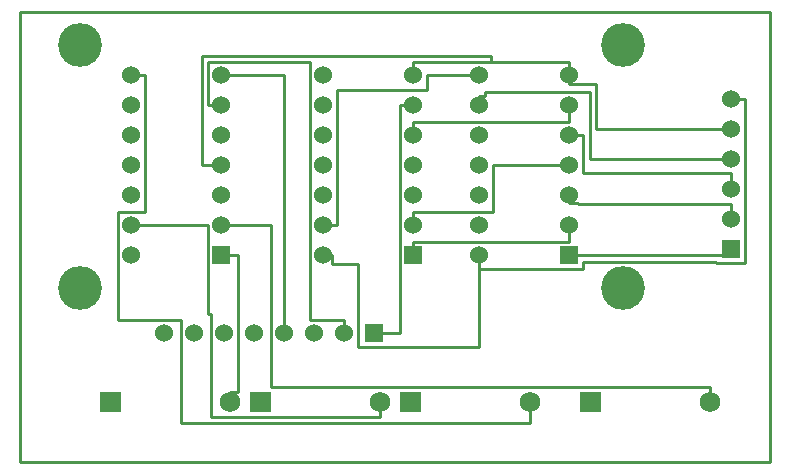
<source format=gtl>
G04 start of page 2 for group 0 idx 0 *
G04 Title: (unknown), top *
G04 Creator: pcb 4.2.2 *
G04 CreationDate: Mon Jan 20 03:02:52 2025 UTC *
G04 For: electronics *
G04 Format: Gerber/RS-274X *
G04 PCB-Dimensions (mil): 2500.00 1500.00 *
G04 PCB-Coordinate-Origin: lower left *
%MOIN*%
%FSLAX25Y25*%
%LNGTL*%
%ADD18C,0.0280*%
%ADD17C,0.0380*%
%ADD16C,0.1200*%
%ADD15C,0.1460*%
%ADD14C,0.0600*%
%ADD13C,0.0680*%
%ADD12C,0.0001*%
%ADD11C,0.0100*%
G54D11*X0Y150000D02*Y0D01*
Y150000D02*X250000D01*
X0Y0D02*X250000D01*
Y150000D02*Y0D01*
X237000Y111000D02*X192000D01*
X183000Y113500D02*X131000D01*
Y109000D01*
X187500Y109000D02*X183000D01*
X192000Y126000D02*Y111000D01*
X190000Y123500D02*Y101000D01*
X183000Y119000D02*Y113500D01*
X241500Y121000D02*X237000D01*
X190000Y123500D02*X155000D01*
Y122000D01*
X155000Y122000D02*X153000D01*
Y119000D01*
X241500Y121000D02*Y66500D01*
X237000Y71000D02*Y69000D01*
Y96500D02*Y91000D01*
Y86000D02*Y81000D01*
X237000Y101000D02*X190000D01*
X237000Y96500D02*X187500D01*
X237000Y86000D02*X186000D01*
X183000Y79000D02*Y73500D01*
X187500Y109000D02*Y96500D01*
X186000Y86500D02*Y86000D01*
X186000Y86500D02*X183000D01*
Y89000D02*Y86500D01*
X157000Y135500D02*X60500D01*
X153000Y129000D02*X135500D01*
Y124000D01*
X135500Y124000D02*X105500D01*
X96500Y133500D02*X62500D01*
X88000Y129000D02*X67000D01*
X157000Y135500D02*Y133500D01*
X183000Y133500D02*Y129000D01*
X183000Y133500D02*X131000D01*
Y129000D01*
X192000Y126000D02*X183000D01*
Y129000D02*Y126000D01*
X41500Y129000D02*X37000D01*
X153000Y69000D02*Y38500D01*
X153000Y38500D02*X112500D01*
X153000Y69000D02*Y64500D01*
X126500Y43000D02*X118000D01*
X230000Y24900D02*X83500D01*
X170000Y13100D02*X53500D01*
X170000Y20000D02*Y13100D01*
X120000Y15100D02*X63500D01*
X120000Y20000D02*Y15100D01*
X230000Y24900D02*Y20000D01*
X63500Y49500D02*Y15100D01*
X183000Y73500D02*X131000D01*
Y69000D01*
X105500Y124000D02*Y79000D01*
X126500Y119000D02*Y43000D01*
X131000Y119000D02*X126500D01*
X105500Y79000D02*X101000D01*
X83500D02*X67000D01*
X62500D02*X37000D01*
X60500Y135500D02*Y99000D01*
X67000Y99000D02*X60500D01*
X67000Y119000D02*X62500D01*
Y133500D02*Y119000D01*
X96500Y133500D02*Y47500D01*
X88000Y129000D02*Y43000D01*
X41500Y129000D02*Y83500D01*
X41500Y83500D02*X32500D01*
Y47500D01*
X53500Y47500D02*X32500D01*
X112500Y66000D02*Y38500D01*
X112500Y66000D02*X104000D01*
Y69000D02*Y66000D01*
X104000Y69000D02*X101000D01*
X108000Y47500D02*X96500D01*
X108000D02*Y43000D01*
X83500Y79000D02*Y24900D01*
X72500Y69000D02*X67000D01*
X62500Y79000D02*Y49500D01*
X72500Y69000D02*Y23400D01*
X72500Y23400D02*X70000D01*
Y20000D01*
X53500Y47500D02*Y13100D01*
X63500Y49500D02*X62500D01*
X241500Y66500D02*X232000D01*
Y66800D02*Y66500D01*
X232000Y66800D02*X187500D01*
Y64500D01*
X187500Y64500D02*X153000D01*
X237000Y69000D02*X183000D01*
X183000Y99000D02*X157500D01*
Y83500D01*
X157500Y83500D02*X131000D01*
Y79000D01*
G54D12*G36*
X126600Y23400D02*Y16600D01*
X133400D01*
Y23400D01*
X126600D01*
G37*
G36*
X76600D02*Y16600D01*
X83400D01*
Y23400D01*
X76600D01*
G37*
G54D13*X120000Y20000D03*
G54D12*G36*
X26600Y23400D02*Y16600D01*
X33400D01*
Y23400D01*
X26600D01*
G37*
G54D13*X70000Y20000D03*
G54D12*G36*
X128000Y72000D02*Y66000D01*
X134000D01*
Y72000D01*
X128000D01*
G37*
G54D14*X131000Y79000D03*
Y89000D03*
Y99000D03*
Y109000D03*
Y119000D03*
G54D12*G36*
X115000Y46000D02*Y40000D01*
X121000D01*
Y46000D01*
X115000D01*
G37*
G54D14*X108000Y43000D03*
X98000D03*
X88000D03*
X78000D03*
X68000D03*
X58000D03*
X48000D03*
X131000Y129000D03*
X101000D03*
Y119000D03*
Y109000D03*
Y99000D03*
Y89000D03*
X67000D03*
X101000Y79000D03*
Y69000D03*
G54D12*G36*
X64000Y72000D02*Y66000D01*
X70000D01*
Y72000D01*
X64000D01*
G37*
G54D14*X67000Y79000D03*
Y99000D03*
Y109000D03*
Y119000D03*
Y129000D03*
X37000D03*
Y119000D03*
Y109000D03*
Y99000D03*
Y89000D03*
Y79000D03*
Y69000D03*
G54D12*G36*
X186600Y23400D02*Y16600D01*
X193400D01*
Y23400D01*
X186600D01*
G37*
G54D13*X230000Y20000D03*
X170000D03*
G54D12*G36*
X234000Y74000D02*Y68000D01*
X240000D01*
Y74000D01*
X234000D01*
G37*
G54D14*X237000Y81000D03*
Y91000D03*
Y101000D03*
Y111000D03*
Y121000D03*
G54D12*G36*
X180000Y72000D02*Y66000D01*
X186000D01*
Y72000D01*
X180000D01*
G37*
G54D14*X153000Y69000D03*
X183000Y79000D03*
X153000D03*
X183000Y89000D03*
X153000D03*
X183000Y99000D03*
X153000D03*
X183000Y109000D03*
Y119000D03*
Y129000D03*
X153000D03*
Y119000D03*
Y109000D03*
G54D15*X20000Y139000D03*
X201000D03*
Y58000D03*
X20000D03*
G54D16*G54D17*G54D18*G54D17*G54D18*M02*

</source>
